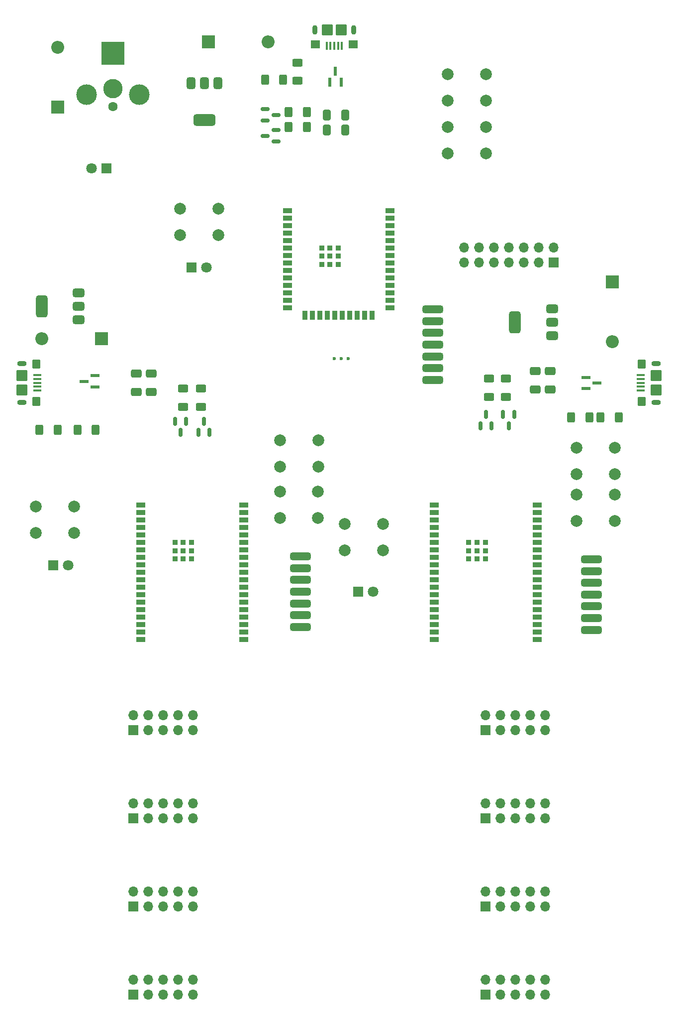
<source format=gts>
%TF.GenerationSoftware,KiCad,Pcbnew,9.0.0*%
%TF.CreationDate,2025-04-09T12:56:57-04:00*%
%TF.ProjectId,Network_and_Switch,4e657477-6f72-46b5-9f61-6e645f537769,rev?*%
%TF.SameCoordinates,Original*%
%TF.FileFunction,Soldermask,Top*%
%TF.FilePolarity,Negative*%
%FSLAX46Y46*%
G04 Gerber Fmt 4.6, Leading zero omitted, Abs format (unit mm)*
G04 Created by KiCad (PCBNEW 9.0.0) date 2025-04-09 12:56:57*
%MOMM*%
%LPD*%
G01*
G04 APERTURE LIST*
G04 Aperture macros list*
%AMRoundRect*
0 Rectangle with rounded corners*
0 $1 Rounding radius*
0 $2 $3 $4 $5 $6 $7 $8 $9 X,Y pos of 4 corners*
0 Add a 4 corners polygon primitive as box body*
4,1,4,$2,$3,$4,$5,$6,$7,$8,$9,$2,$3,0*
0 Add four circle primitives for the rounded corners*
1,1,$1+$1,$2,$3*
1,1,$1+$1,$4,$5*
1,1,$1+$1,$6,$7*
1,1,$1+$1,$8,$9*
0 Add four rect primitives between the rounded corners*
20,1,$1+$1,$2,$3,$4,$5,0*
20,1,$1+$1,$4,$5,$6,$7,0*
20,1,$1+$1,$6,$7,$8,$9,0*
20,1,$1+$1,$8,$9,$2,$3,0*%
G04 Aperture macros list end*
%ADD10RoundRect,0.375000X-0.375000X0.625000X-0.375000X-0.625000X0.375000X-0.625000X0.375000X0.625000X0*%
%ADD11RoundRect,0.500000X-1.400000X0.500000X-1.400000X-0.500000X1.400000X-0.500000X1.400000X0.500000X0*%
%ADD12C,2.000000*%
%ADD13RoundRect,0.250000X-0.625000X0.400000X-0.625000X-0.400000X0.625000X-0.400000X0.625000X0.400000X0*%
%ADD14R,2.200000X2.200000*%
%ADD15O,2.200000X2.200000*%
%ADD16R,1.800000X1.800000*%
%ADD17C,1.800000*%
%ADD18RoundRect,0.250000X0.400000X0.625000X-0.400000X0.625000X-0.400000X-0.625000X0.400000X-0.625000X0*%
%ADD19R,1.625600X0.609600*%
%ADD20RoundRect,0.150000X0.150000X-0.587500X0.150000X0.587500X-0.150000X0.587500X-0.150000X-0.587500X0*%
%ADD21RoundRect,0.250000X0.412500X0.650000X-0.412500X0.650000X-0.412500X-0.650000X0.412500X-0.650000X0*%
%ADD22R,1.700000X1.700000*%
%ADD23O,1.700000X1.700000*%
%ADD24RoundRect,0.250000X-0.400000X-0.625000X0.400000X-0.625000X0.400000X0.625000X-0.400000X0.625000X0*%
%ADD25RoundRect,0.325000X1.425000X-0.325000X1.425000X0.325000X-1.425000X0.325000X-1.425000X-0.325000X0*%
%ADD26RoundRect,0.100000X-0.575000X0.100000X-0.575000X-0.100000X0.575000X-0.100000X0.575000X0.100000X0*%
%ADD27O,1.600000X0.900000*%
%ADD28RoundRect,0.250000X-0.450000X0.550000X-0.450000X-0.550000X0.450000X-0.550000X0.450000X0.550000X0*%
%ADD29RoundRect,0.250000X-0.700000X0.700000X-0.700000X-0.700000X0.700000X-0.700000X0.700000X0.700000X0*%
%ADD30R,1.500000X0.900000*%
%ADD31R,0.900000X0.900000*%
%ADD32RoundRect,0.250000X0.650000X-0.412500X0.650000X0.412500X-0.650000X0.412500X-0.650000X-0.412500X0*%
%ADD33RoundRect,0.150000X-0.150000X0.587500X-0.150000X-0.587500X0.150000X-0.587500X0.150000X0.587500X0*%
%ADD34RoundRect,0.250000X-0.650000X0.412500X-0.650000X-0.412500X0.650000X-0.412500X0.650000X0.412500X0*%
%ADD35RoundRect,0.375000X0.625000X0.375000X-0.625000X0.375000X-0.625000X-0.375000X0.625000X-0.375000X0*%
%ADD36RoundRect,0.500000X0.500000X1.400000X-0.500000X1.400000X-0.500000X-1.400000X0.500000X-1.400000X0*%
%ADD37RoundRect,0.150000X-0.587500X-0.150000X0.587500X-0.150000X0.587500X0.150000X-0.587500X0.150000X0*%
%ADD38RoundRect,0.250000X0.625000X-0.400000X0.625000X0.400000X-0.625000X0.400000X-0.625000X-0.400000X0*%
%ADD39RoundRect,0.325000X-1.425000X0.325000X-1.425000X-0.325000X1.425000X-0.325000X1.425000X0.325000X0*%
%ADD40RoundRect,0.150000X0.587500X0.150000X-0.587500X0.150000X-0.587500X-0.150000X0.587500X-0.150000X0*%
%ADD41RoundRect,0.100000X0.575000X-0.100000X0.575000X0.100000X-0.575000X0.100000X-0.575000X-0.100000X0*%
%ADD42RoundRect,0.250000X0.450000X-0.550000X0.450000X0.550000X-0.450000X0.550000X-0.450000X-0.550000X0*%
%ADD43RoundRect,0.250000X0.700000X-0.700000X0.700000X0.700000X-0.700000X0.700000X-0.700000X-0.700000X0*%
%ADD44C,1.600000*%
%ADD45R,4.000000X4.000000*%
%ADD46C,3.300000*%
%ADD47C,3.500000*%
%ADD48R,0.900000X1.500000*%
%ADD49R,0.609600X1.625600*%
%ADD50RoundRect,0.100000X0.100000X0.575000X-0.100000X0.575000X-0.100000X-0.575000X0.100000X-0.575000X0*%
%ADD51O,0.900000X1.600000*%
%ADD52RoundRect,0.250000X0.550000X0.450000X-0.550000X0.450000X-0.550000X-0.450000X0.550000X-0.450000X0*%
%ADD53RoundRect,0.250000X0.700000X0.700000X-0.700000X0.700000X-0.700000X-0.700000X0.700000X-0.700000X0*%
%ADD54C,0.600000*%
G04 APERTURE END LIST*
D10*
%TO.C,U1*%
X71400000Y-31062500D03*
X69100000Y-31062500D03*
D11*
X69100000Y-37362500D03*
D10*
X66800000Y-31062500D03*
%TD*%
D12*
%TO.C,SW2*%
X110500000Y-38500000D03*
X117000000Y-38500000D03*
X110500000Y-43000000D03*
X117000000Y-43000000D03*
%TD*%
D13*
%TO.C,R11*%
X65500000Y-83000000D03*
X65500000Y-86100000D03*
%TD*%
%TO.C,R20*%
X120384050Y-81275000D03*
X120384050Y-84375000D03*
%TD*%
D14*
%TO.C,D6*%
X138500000Y-64840000D03*
D15*
X138500000Y-75000000D03*
%TD*%
D12*
%TO.C,SW9*%
X40440000Y-103000000D03*
X46940000Y-103000000D03*
X40440000Y-107500000D03*
X46940000Y-107500000D03*
%TD*%
D16*
%TO.C,D7*%
X43400000Y-113000000D03*
D17*
X45940000Y-113000000D03*
%TD*%
D18*
%TO.C,R4*%
X86500000Y-38500000D03*
X83400000Y-38500000D03*
%TD*%
D14*
%TO.C,D4*%
X51560000Y-74500000D03*
D15*
X41400000Y-74500000D03*
%TD*%
D19*
%TO.C,U14*%
X134000000Y-81095000D03*
X134000000Y-83000000D03*
X135894050Y-82047500D03*
%TD*%
D18*
%TO.C,R3*%
X86500000Y-36000000D03*
X83400000Y-36000000D03*
%TD*%
D20*
%TO.C,Q5*%
X116050000Y-89275000D03*
X117950000Y-89275000D03*
X117000000Y-87400000D03*
%TD*%
D14*
%TO.C,D2*%
X69740000Y-24000000D03*
D15*
X79900000Y-24000000D03*
%TD*%
D21*
%TO.C,C8*%
X93025000Y-36500000D03*
X89900000Y-36500000D03*
%TD*%
D22*
%TO.C,S0_Comp_0*%
X57000000Y-141000000D03*
D23*
X57000000Y-138460000D03*
X59540000Y-141000000D03*
X59540000Y-138460000D03*
X62080000Y-141000000D03*
X62080000Y-138460000D03*
X64620000Y-141000000D03*
X64620000Y-138460000D03*
X67160000Y-141000000D03*
X67160000Y-138460000D03*
%TD*%
D24*
%TO.C,R22*%
X131500000Y-87900000D03*
X134600000Y-87900000D03*
%TD*%
D22*
%TO.C,S1_Comp_2*%
X116900000Y-171000000D03*
D23*
X116900000Y-168460000D03*
X119440000Y-171000000D03*
X119440000Y-168460000D03*
X121980000Y-171000000D03*
X121980000Y-168460000D03*
X124520000Y-171000000D03*
X124520000Y-168460000D03*
X127060000Y-171000000D03*
X127060000Y-168460000D03*
%TD*%
D25*
%TO.C,J7*%
X108000000Y-81500000D03*
X108000000Y-79500000D03*
X108000000Y-77500000D03*
X108000000Y-75500000D03*
X108000000Y-73500000D03*
X108000000Y-71500000D03*
X108000000Y-69500000D03*
%TD*%
D26*
%TO.C,J3*%
X40675000Y-80700000D03*
X40675000Y-81350000D03*
X40675000Y-82000000D03*
X40675000Y-82650000D03*
X40675000Y-83300000D03*
D27*
X38000000Y-78700000D03*
D28*
X40450000Y-78800000D03*
D29*
X38000000Y-80800000D03*
X38000000Y-83200000D03*
D28*
X40450000Y-85200000D03*
D27*
X38000000Y-85300000D03*
%TD*%
D12*
%TO.C,SW1*%
X110500000Y-29500000D03*
X117000000Y-29500000D03*
X110500000Y-34000000D03*
X117000000Y-34000000D03*
%TD*%
D20*
%TO.C,Q3*%
X68050000Y-90400000D03*
X69950000Y-90400000D03*
X69000000Y-88525000D03*
%TD*%
D24*
%TO.C,R6*%
X79390000Y-30500000D03*
X82490000Y-30500000D03*
%TD*%
D18*
%TO.C,R14*%
X50600000Y-89950000D03*
X47500000Y-89950000D03*
%TD*%
D22*
%TO.C,S1_Comp_3*%
X116900000Y-186000000D03*
D23*
X116900000Y-183460000D03*
X119440000Y-186000000D03*
X119440000Y-183460000D03*
X121980000Y-186000000D03*
X121980000Y-183460000D03*
X124520000Y-186000000D03*
X124520000Y-183460000D03*
X127060000Y-186000000D03*
X127060000Y-183460000D03*
%TD*%
D30*
%TO.C,S0*%
X58250000Y-102745000D03*
X58250000Y-104015000D03*
X58250000Y-105285000D03*
X58250000Y-106555000D03*
X58250000Y-107825000D03*
X58250000Y-109095000D03*
X58250000Y-110365000D03*
X58250000Y-111635000D03*
X58250000Y-112905000D03*
X58250000Y-114175000D03*
X58250000Y-115445000D03*
X58250000Y-116715000D03*
X58250000Y-117985000D03*
X58250000Y-119255000D03*
X58250000Y-120525000D03*
X58250000Y-121795000D03*
X58250000Y-123065000D03*
X58250000Y-124335000D03*
X58250000Y-125605000D03*
X75750000Y-125605000D03*
X75750000Y-124335000D03*
X75750000Y-123065000D03*
X75750000Y-121795000D03*
X75750000Y-120525000D03*
X75750000Y-119255000D03*
X75750000Y-117985000D03*
X75750000Y-116715000D03*
X75750000Y-115445000D03*
X75750000Y-114175000D03*
X75750000Y-112905000D03*
X75750000Y-111635000D03*
X75750000Y-110365000D03*
X75750000Y-109095000D03*
X75750000Y-107825000D03*
X75750000Y-106555000D03*
X75750000Y-105285000D03*
X75750000Y-104015000D03*
X75750000Y-102745000D03*
D31*
X64095000Y-109140000D03*
X64100000Y-110540000D03*
X64100000Y-111940000D03*
X65500000Y-109140000D03*
X65500000Y-110540000D03*
X65500000Y-111940000D03*
X66900000Y-109140000D03*
X66900000Y-110540000D03*
X66900000Y-111940000D03*
%TD*%
D19*
%TO.C,U9*%
X50500000Y-82700000D03*
X50500000Y-80795000D03*
X48605950Y-81747500D03*
%TD*%
D22*
%TO.C,S1_Comp_0*%
X116900000Y-141000000D03*
D23*
X116900000Y-138460000D03*
X119440000Y-141000000D03*
X119440000Y-138460000D03*
X121980000Y-141000000D03*
X121980000Y-138460000D03*
X124520000Y-141000000D03*
X124520000Y-138460000D03*
X127060000Y-141000000D03*
X127060000Y-138460000D03*
%TD*%
D16*
%TO.C,D8*%
X66860000Y-62400000D03*
D17*
X69400000Y-62400000D03*
%TD*%
D13*
%TO.C,R12*%
X68500000Y-83000000D03*
X68500000Y-86100000D03*
%TD*%
D22*
%TO.C,S0_Comp_1*%
X57000000Y-156000000D03*
D23*
X57000000Y-153460000D03*
X59540000Y-156000000D03*
X59540000Y-153460000D03*
X62080000Y-156000000D03*
X62080000Y-153460000D03*
X64620000Y-156000000D03*
X64620000Y-153460000D03*
X67160000Y-156000000D03*
X67160000Y-153460000D03*
%TD*%
D12*
%TO.C,SW10*%
X64950000Y-52400000D03*
X71450000Y-52400000D03*
X64950000Y-56900000D03*
X71450000Y-56900000D03*
%TD*%
%TO.C,SW4*%
X81940000Y-100500000D03*
X88440000Y-100500000D03*
X81940000Y-105000000D03*
X88440000Y-105000000D03*
%TD*%
%TO.C,SW3*%
X82000000Y-91750000D03*
X88500000Y-91750000D03*
X82000000Y-96250000D03*
X88500000Y-96250000D03*
%TD*%
%TO.C,SW5*%
X132440000Y-93000000D03*
X138940000Y-93000000D03*
X132440000Y-97500000D03*
X138940000Y-97500000D03*
%TD*%
D32*
%TO.C,C26*%
X127934050Y-83125000D03*
X127934050Y-80000000D03*
%TD*%
D33*
%TO.C,Q6*%
X121834050Y-87400000D03*
X119934050Y-87400000D03*
X120884050Y-89275000D03*
%TD*%
D18*
%TO.C,R13*%
X44100000Y-89950000D03*
X41000000Y-89950000D03*
%TD*%
D14*
%TO.C,D3*%
X44100000Y-35160000D03*
D15*
X44100000Y-25000000D03*
%TD*%
D22*
%TO.C,S0_Comp_2*%
X57000000Y-171000000D03*
D23*
X57000000Y-168460000D03*
X59540000Y-171000000D03*
X59540000Y-168460000D03*
X62080000Y-171000000D03*
X62080000Y-168460000D03*
X64620000Y-171000000D03*
X64620000Y-168460000D03*
X67160000Y-171000000D03*
X67160000Y-168460000D03*
%TD*%
D13*
%TO.C,R19*%
X117500000Y-81275000D03*
X117500000Y-84375000D03*
%TD*%
D16*
%TO.C,D1*%
X52440000Y-45500000D03*
D17*
X49900000Y-45500000D03*
%TD*%
D30*
%TO.C,S1*%
X108250000Y-102745000D03*
X108250000Y-104015000D03*
X108250000Y-105285000D03*
X108250000Y-106555000D03*
X108250000Y-107825000D03*
X108250000Y-109095000D03*
X108250000Y-110365000D03*
X108250000Y-111635000D03*
X108250000Y-112905000D03*
X108250000Y-114175000D03*
X108250000Y-115445000D03*
X108250000Y-116715000D03*
X108250000Y-117985000D03*
X108250000Y-119255000D03*
X108250000Y-120525000D03*
X108250000Y-121795000D03*
X108250000Y-123065000D03*
X108250000Y-124335000D03*
X108250000Y-125605000D03*
X125750000Y-125605000D03*
X125750000Y-124335000D03*
X125750000Y-123065000D03*
X125750000Y-121795000D03*
X125750000Y-120525000D03*
X125750000Y-119255000D03*
X125750000Y-117985000D03*
X125750000Y-116715000D03*
X125750000Y-115445000D03*
X125750000Y-114175000D03*
X125750000Y-112905000D03*
X125750000Y-111635000D03*
X125750000Y-110365000D03*
X125750000Y-109095000D03*
X125750000Y-107825000D03*
X125750000Y-106555000D03*
X125750000Y-105285000D03*
X125750000Y-104015000D03*
X125750000Y-102745000D03*
D31*
X114095000Y-109140000D03*
X114100000Y-110540000D03*
X114100000Y-111940000D03*
X115500000Y-109140000D03*
X115500000Y-110540000D03*
X115500000Y-111940000D03*
X116900000Y-109140000D03*
X116900000Y-110540000D03*
X116900000Y-111940000D03*
%TD*%
D34*
%TO.C,C18*%
X60000000Y-80450000D03*
X60000000Y-83575000D03*
%TD*%
D12*
%TO.C,SW6*%
X132440000Y-101000000D03*
X138940000Y-101000000D03*
X132440000Y-105500000D03*
X138940000Y-105500000D03*
%TD*%
%TO.C,SW7*%
X93000000Y-106000000D03*
X99500000Y-106000000D03*
X93000000Y-110500000D03*
X99500000Y-110500000D03*
%TD*%
D16*
%TO.C,D10*%
X95230000Y-117500000D03*
D17*
X97770000Y-117500000D03*
%TD*%
D35*
%TO.C,U2*%
X47700000Y-71300000D03*
X47700000Y-69000000D03*
D36*
X41400000Y-69000000D03*
D35*
X47700000Y-66700000D03*
%TD*%
D37*
%TO.C,Q1*%
X79400000Y-35500000D03*
X79400000Y-37400000D03*
X81275000Y-36450000D03*
%TD*%
D22*
%TO.C,S1_Comp_1*%
X116900000Y-156000000D03*
D23*
X116900000Y-153460000D03*
X119440000Y-156000000D03*
X119440000Y-153460000D03*
X121980000Y-156000000D03*
X121980000Y-153460000D03*
X124520000Y-156000000D03*
X124520000Y-153460000D03*
X127060000Y-156000000D03*
X127060000Y-153460000D03*
%TD*%
D38*
%TO.C,R5*%
X84940000Y-30647500D03*
X84940000Y-27547500D03*
%TD*%
D39*
%TO.C,J8*%
X85440000Y-111500000D03*
X85440000Y-113500000D03*
X85440000Y-115500000D03*
X85440000Y-117500000D03*
X85440000Y-119500000D03*
X85440000Y-121500000D03*
X85440000Y-123500000D03*
%TD*%
D24*
%TO.C,R21*%
X136500000Y-87900000D03*
X139600000Y-87900000D03*
%TD*%
D21*
%TO.C,C9*%
X93025000Y-39000000D03*
X89900000Y-39000000D03*
%TD*%
D34*
%TO.C,C17*%
X57500000Y-80450000D03*
X57500000Y-83575000D03*
%TD*%
D40*
%TO.C,Q2*%
X81275000Y-40950000D03*
X81275000Y-39050000D03*
X79400000Y-40000000D03*
%TD*%
D41*
%TO.C,J2*%
X143325000Y-83300000D03*
X143325000Y-82650000D03*
X143325000Y-82000000D03*
X143325000Y-81350000D03*
X143325000Y-80700000D03*
D27*
X146000000Y-85300000D03*
D42*
X143550000Y-85200000D03*
D43*
X146000000Y-83200000D03*
X146000000Y-80800000D03*
D42*
X143550000Y-78800000D03*
D27*
X146000000Y-78700000D03*
%TD*%
D44*
%TO.C,J5*%
X53500000Y-35000000D03*
D45*
X53500000Y-26000000D03*
D46*
X53500000Y-32000000D03*
D47*
X49000000Y-33000000D03*
X58000000Y-33000000D03*
%TD*%
D32*
%TO.C,C27*%
X125434050Y-83125000D03*
X125434050Y-80000000D03*
%TD*%
D30*
%TO.C,U3*%
X83200000Y-52750000D03*
X83200000Y-54020000D03*
X83200000Y-55290000D03*
X83200000Y-56560000D03*
X83200000Y-57830000D03*
X83200000Y-59100000D03*
X83200000Y-60370000D03*
X83200000Y-61640000D03*
X83200000Y-62910000D03*
X83200000Y-64180000D03*
X83200000Y-65450000D03*
X83200000Y-66720000D03*
X83200000Y-67990000D03*
X83200000Y-69260000D03*
D48*
X86230000Y-70510000D03*
X87500000Y-70510000D03*
X88770000Y-70510000D03*
X90040000Y-70510000D03*
X91310000Y-70510000D03*
X92580000Y-70510000D03*
X93850000Y-70510000D03*
X95120000Y-70510000D03*
X96390000Y-70510000D03*
X97660000Y-70510000D03*
D30*
X100700000Y-69260000D03*
X100700000Y-67990000D03*
X100700000Y-66720000D03*
X100700000Y-65450000D03*
X100700000Y-64180000D03*
X100700000Y-62910000D03*
X100700000Y-61640000D03*
X100700000Y-60370000D03*
X100700000Y-59100000D03*
X100700000Y-57830000D03*
X100700000Y-56560000D03*
X100700000Y-55290000D03*
X100700000Y-54020000D03*
X100700000Y-52750000D03*
D31*
X89050000Y-59070000D03*
X89050000Y-59070000D03*
X89050000Y-60470000D03*
X89050000Y-61870000D03*
X89050000Y-61870000D03*
X90450000Y-59070000D03*
X90450000Y-60470000D03*
X90450000Y-61870000D03*
X90450000Y-61870000D03*
X91850000Y-59070000D03*
X91850000Y-60470000D03*
X91850000Y-61870000D03*
%TD*%
D49*
%TO.C,U4*%
X90447500Y-30894050D03*
X92352500Y-30894050D03*
X91400000Y-29000000D03*
%TD*%
D33*
%TO.C,Q4*%
X66000000Y-88525000D03*
X64100000Y-88525000D03*
X65050000Y-90400000D03*
%TD*%
D50*
%TO.C,J1*%
X92500000Y-24675000D03*
X91850000Y-24675000D03*
X91200000Y-24675000D03*
X90550000Y-24675000D03*
X89900000Y-24675000D03*
D51*
X94500000Y-22000000D03*
D52*
X94400000Y-24450000D03*
D53*
X92400000Y-22000000D03*
X90000000Y-22000000D03*
D52*
X88000000Y-24450000D03*
D51*
X87900000Y-22000000D03*
%TD*%
D39*
%TO.C,J6*%
X134940000Y-112000000D03*
X134940000Y-114000000D03*
X134940000Y-116000000D03*
X134940000Y-118000000D03*
X134940000Y-120000000D03*
X134940000Y-122000000D03*
X134940000Y-124000000D03*
%TD*%
D22*
%TO.C,S0_Comp_3*%
X57000000Y-186000000D03*
D23*
X57000000Y-183460000D03*
X59540000Y-186000000D03*
X59540000Y-183460000D03*
X62080000Y-186000000D03*
X62080000Y-183460000D03*
X64620000Y-186000000D03*
X64620000Y-183460000D03*
X67160000Y-186000000D03*
X67160000Y-183460000D03*
%TD*%
D35*
%TO.C,U6*%
X128240000Y-74000000D03*
X128240000Y-71700000D03*
D36*
X121940000Y-71700000D03*
D35*
X128240000Y-69400000D03*
%TD*%
D22*
%TO.C,J4*%
X128540000Y-61540000D03*
D23*
X128540000Y-59000000D03*
X126000000Y-61540000D03*
X126000000Y-59000000D03*
X123460000Y-61540000D03*
X123460000Y-59000000D03*
X120920000Y-61540000D03*
X120920000Y-59000000D03*
X118380000Y-61540000D03*
X118380000Y-59000000D03*
X115840000Y-61540000D03*
X115840000Y-59000000D03*
X113300000Y-61540000D03*
X113300000Y-59000000D03*
%TD*%
D54*
X93600000Y-77900000D03*
X91200000Y-77900000D03*
X92400000Y-77900000D03*
M02*

</source>
